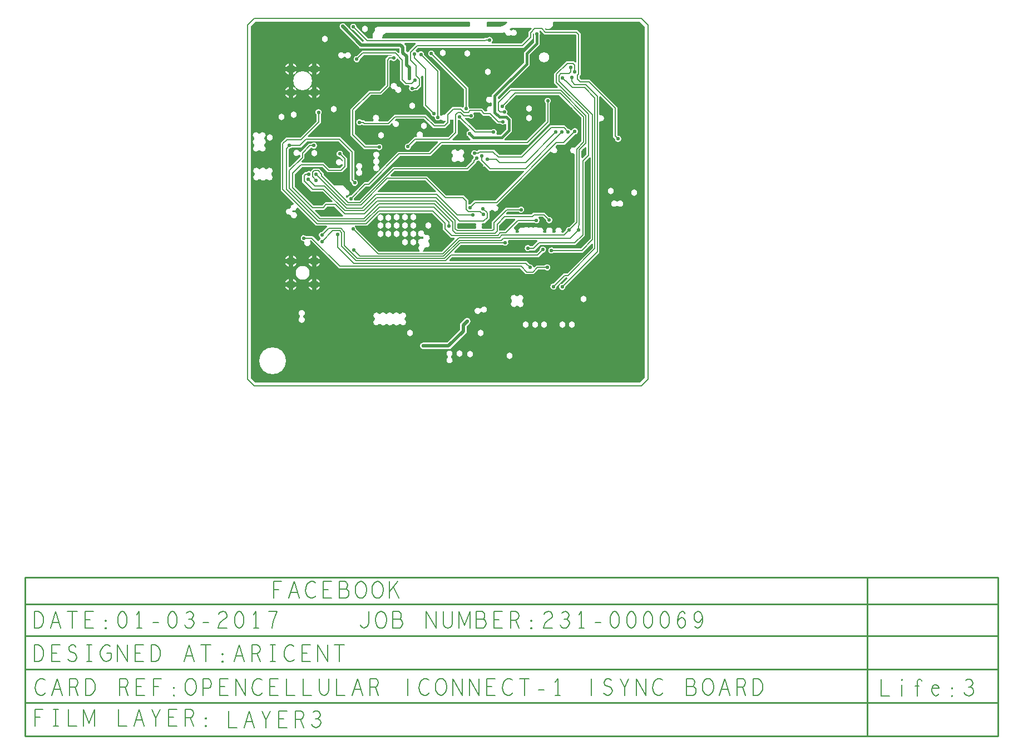
<source format=gbr>
G04 ================== begin FILE IDENTIFICATION RECORD ==================*
G04 Layout Name:  Fb_Connect1_SYNC_Life-3.brd*
G04 Film Name:    L3-SIG1.gbr*
G04 File Format:  Gerber RS274X*
G04 File Origin:  Cadence Allegro 16.6-2015-S065*
G04 Origin Date:  Tue Jan 03 17:02:02 2017*
G04 *
G04 Layer:  VIA CLASS/SIG1*
G04 Layer:  PIN/SIG1*
G04 Layer:  ETCH/SIG1*
G04 Layer:  DRAWING FORMAT/L3*
G04 Layer:  DRAWING FORMAT/FILM_LABEL_OUTLINE*
G04 Layer:  BOARD GEOMETRY/OUTLINE*
G04 *
G04 Offset:    (0.000 0.000)*
G04 Mirror:    No*
G04 Mode:      Positive*
G04 Rotation:  0*
G04 FullContactRelief:  No*
G04 UndefLineWidth:     6.000*
G04 ================== end FILE IDENTIFICATION RECORD ====================*
%FSLAX25Y25*MOIN*%
%IR0*IPPOS*OFA0.00000B0.00000*MIA0B0*SFA1.00000B1.00000*%
%ADD12C,.208661*%
%ADD13C,.314961*%
%ADD11C,.022*%
%ADD10C,.053*%
%ADD14C,.0056*%
%ADD15C,.01*%
%ADD16C,.02*%
%ADD17C,.015*%
%ADD18C,.025*%
%ADD19C,.006*%
%ADD22C,.113004*%
%ADD24C,.160004*%
%ADD25C,.062004*%
%ADD21C,.073004*%
%ADD23C,.083004*%
%ADD20C,.038004*%
G75*
%LPD*%
G75*
G36*
G01X109800Y163189D02*
X109800Y163106D01*
G03X111867Y161207I1900J-6D01*
G02X112302Y160790I35J-398D01*
G03X115622Y159439I1898J-90D01*
G02X116248Y159404I299J-265D01*
G03X118542Y158751I1552J1096D01*
G02X118820Y158566I78J-184D01*
G01Y158330D01*
X117490Y157000D01*
X112530D01*
X107050Y162480D01*
X88070D01*
X84070Y158480D01*
X78819D01*
G02X78527Y159154I0J400D01*
G03X75760I-1384J1302D01*
G02X75468Y158480I-291J-274D01*
G01X70710D01*
X70110Y159080D01*
X68604D01*
G03X68548Y156461I-1404J-1280D01*
G01X68607Y156520D01*
X69050D01*
X69650Y155920D01*
X85130D01*
X86421Y157210D01*
G02X87103Y156905I283J-283D01*
G03X88895Y158697I1897J-105D01*
G02X88590Y159380I-22J399D01*
G01X89130Y159920D01*
X105990D01*
X111470Y154440D01*
X118550D01*
X121380Y157270D01*
Y159051D01*
G02X121923Y159425I400J0D01*
G03X123112Y159370I677J1775D01*
G02X123620Y158985I108J-385D01*
G01Y152130D01*
X120370Y148880D01*
X105355D01*
G02X105012Y149486I0J400D01*
G03X101752I-1630J977D01*
G02X101409Y148880I-343J-206D01*
G01X100070D01*
X96325Y145135D01*
X96241Y145135D01*
G03X98135Y143241I-6J-1900D01*
G01X98135Y143325D01*
X101130Y146320D01*
X114024D01*
G02X114306Y145637I0J-400D01*
G01X108840Y140170D01*
X90330D01*
X72180Y122020D01*
X70090D01*
X62094Y114025D01*
X62011Y114025D01*
G03X60213Y112757I-6J-1900D01*
G02X59553Y112608I-377J133D01*
G01X58991Y113170D01*
G02X59278Y113853I283J283D01*
G03X59497Y117643I22J1900D01*
G02X59139Y118012I41J398D01*
G03X59023Y118267I-399J-28D01*
G01X57370Y119920D01*
X52241D01*
X45780Y126380D01*
Y127330D01*
X42930Y130180D01*
X39570D01*
X37841Y128451D01*
G03X35496Y128080I-941J-1651D01*
G01X34500D01*
X32950Y126530D01*
Y122130D01*
X38560Y116520D01*
X45120D01*
X51077Y110563D01*
G02X50794Y109880I-283J-283D01*
G01X46770D01*
X44970Y108080D01*
X39530D01*
X28330Y119280D01*
Y126820D01*
X32710Y131200D01*
X44870D01*
X48180Y127890D01*
X56680D01*
X59680Y130890D01*
Y136480D01*
X57300Y138861D01*
X57300Y138944D01*
G03X55406Y137050I-1900J6D01*
G01X55489Y137050D01*
X57120Y135420D01*
Y134478D01*
X56780D01*
X56732Y134609D01*
G03X56412Y132736I-1782J-659D01*
G02X57120Y132481I308J-255D01*
G01Y131950D01*
X55620Y130450D01*
X49240D01*
X45930Y133760D01*
X32736D01*
G02X32454Y134443I0J400D01*
G01X34280Y136270D01*
Y138862D01*
X38038Y142620D01*
X38481D01*
X38539Y142561D01*
G03X38483Y145180I1348J1339D01*
G01X36977D01*
X31904Y140107D01*
G02X31252Y140235I-283J283D01*
G03X31003Y138338I-1752J-735D01*
G02X31720Y138093I316J-245D01*
G01Y137330D01*
X25363Y130973D01*
G02X24680Y131256I-283J283D01*
G01Y141520D01*
X25211Y142050D01*
X25294Y142050D01*
G03X26704Y142670I6J1900D01*
G01X32080D01*
X35830Y146420D01*
X54600D01*
X61437Y139583D01*
Y122753D01*
X62500Y121689D01*
X62500Y121606D01*
G03X64394Y123500I1900J-6D01*
G01X64311Y123500D01*
X63997Y123813D01*
Y140643D01*
X55660Y148980D01*
X36556D01*
G02X36274Y149663I0J400D01*
G01X43997Y157387D01*
Y162379D01*
G03X41437I-1280J1404D01*
G01Y158448D01*
X31770Y148780D01*
X23270D01*
X20020Y145530D01*
Y117070D01*
X27821Y109268D01*
G02X27584Y108588I-283J-283D01*
G03X25906Y106550I216J-1888D01*
G02X25401Y106133I-399J-32D01*
G03X25480Y102490I-501J-1833D01*
G02X26001Y102125I122J-381D01*
G03X27320Y104010I1899J75D01*
G02X26799Y104375I-122J381D01*
G03X26794Y104450I-1899J-74D01*
G02X27299Y104867I399J32D01*
G03X29688Y106484I501J1833D01*
G02X30368Y106721I397J-45D01*
G01X41170Y95920D01*
X47612D01*
G02X47895Y95237I0J-400D01*
G01X44858Y92200D01*
X44775Y92200D01*
G03X43766Y88686I-6J-1900D01*
G02X43771Y88010I-211J-340D01*
G03X42947Y86831I1029J-1598D01*
G02X42274Y86637I-390J88D01*
G01X39130Y89780D01*
X35173D01*
G03X33794Y86600I-1404J-1280D01*
G02X34182Y86084I5J-400D01*
G03X37574Y86596I1818J-552D01*
G02X37906Y87220I331J224D01*
G01X38070D01*
X54870Y70420D01*
X163470D01*
X166970Y66920D01*
X171530D01*
X174241Y69631D01*
X178285D01*
G03Y72191I1404J1280D01*
G01X173181D01*
X172008Y71019D01*
G02X171330Y71240I-283J283D01*
G03X169447Y72847I-1878J-293D01*
G01X169363Y72847D01*
X167491Y74720D01*
X121296D01*
G02X121013Y75403I0J400D01*
G01X122730Y77120D01*
X174460D01*
X177040Y79700D01*
X177124Y79700D01*
G03X175230Y81594I6J1900D01*
G01X175230Y81511D01*
X173400Y79680D01*
X124333D01*
G02X124050Y80363I0J400D01*
G01X128138Y84451D01*
X153127D01*
G03X156206Y86631I1404J1280D01*
G02X156558Y87220I352J189D01*
G01X173544D01*
G02X173827Y86537I0J-400D01*
G01X171020Y83731D01*
X169504D01*
G03Y81170I-1404J-1280D01*
G01X172081D01*
X175330Y84420D01*
X196830D01*
X202280Y89870D01*
Y134170D01*
X204997Y136886D01*
G02X205680Y136604I283J-283D01*
G01Y88090D01*
X199922Y82332D01*
X183652D01*
G03Y79772I-1404J-1280D01*
G01X200982D01*
X206357Y85147D01*
G02X207040Y84864I283J-283D01*
G01Y82851D01*
X191670Y67480D01*
X189670D01*
X183589Y61400D01*
X183506Y61400D01*
G03X185400Y59506I-6J-1900D01*
G01X185400Y59589D01*
X190730Y64920D01*
X191544D01*
G02X191826Y64237I0J-400D01*
G01X188789Y61200D01*
X188706Y61200D01*
G03X190600Y59306I-6J-1900D01*
G01X190600Y59389D01*
X210961Y79750D01*
Y158032D01*
G02X211468Y158417I400J0D01*
G03Y162077I512J1830D01*
G02X210961Y162462I-108J385D01*
G01Y173063D01*
G02X211643Y173346I400J0D01*
G01X219237Y165753D01*
Y149053D01*
X220300Y147989D01*
X220300Y147906D01*
G03X222194Y149800I1900J-6D01*
G01X222111Y149800D01*
X221797Y150113D01*
Y166813D01*
X205320Y183290D01*
X200020D01*
X199080Y184230D01*
Y185470D01*
X199780Y186170D01*
Y210930D01*
X197730Y212980D01*
X179130D01*
X178412Y213698D01*
X178651Y214010D01*
X178799Y213935D01*
G03X183196Y217497I1401J2765D01*
G02X183583Y218000I387J103D01*
G01X235171D01*
X238000Y215171D01*
Y4829D01*
X235171Y2000D01*
X4829D01*
X2000Y4829D01*
Y215171D01*
X4829Y218000D01*
X133048D01*
G02X133416Y217443I0J-400D01*
G03X133561Y215681I1749J-743D01*
G02X133224Y215066I-338J-215D01*
G01X78069D01*
G03X76332Y212468I0J-1880D01*
G03X75321Y208465I1737J-2568D01*
G02X74966Y207880I-355J-185D01*
G01X72481D01*
X65450Y214911D01*
X65451Y214994D01*
G03X63557Y213100I-1900J6D01*
G01X63640Y213100D01*
X69857Y206883D01*
G02X69574Y206200I-283J-283D01*
G01X69076D01*
X58638Y216638D01*
G03X55809Y213809I-1414J-1414D01*
G01X67419Y202200D01*
X90972D01*
X91300Y201871D01*
Y199476D01*
G02X90617Y199194I-400J0D01*
G01X89230Y200580D01*
X68770D01*
X65689Y197500D01*
X65606Y197500D01*
G03X67500Y195606I-6J-1900D01*
G01X67500Y195689D01*
X69830Y198020D01*
X86233D01*
G02X86417Y197741I0J-200D01*
G01X86389Y197676D01*
X86361Y197649D01*
G03X86296Y197580I1339J-1348D01*
G01X84590D01*
X82720Y195710D01*
Y180330D01*
X79170Y176780D01*
X72970D01*
X61940Y165750D01*
Y149870D01*
X70090Y141720D01*
X77664D01*
G03Y144280I1404J1280D01*
G01X71150D01*
X64500Y150930D01*
Y164690D01*
X74030Y174220D01*
X80230D01*
X85280Y179270D01*
Y194650D01*
X85650Y195020D01*
X86296D01*
G03X89535Y195807I1404J1280D01*
G02X90204Y195985I386J-104D01*
G01X91520Y194670D01*
Y182870D01*
X94470Y179920D01*
X96816D01*
G02X97144Y179290I0J-400D01*
G03X100104Y176920I1556J-1090D01*
G01X101730D01*
X104280Y179470D01*
Y184230D01*
X103982Y184529D01*
G02X104097Y185175I283J283D01*
G03X104721Y185638I-797J1725D01*
G02X105420Y185372I299J-266D01*
G01Y167570D01*
X109800Y163189D01*
G37*
G36*
G01X44030Y101380D02*
X40574Y104837D01*
G02X40856Y105520I283J283D01*
G01X46030D01*
X47830Y107320D01*
X52290D01*
X57546Y102063D01*
G02X57264Y101380I-283J-283D01*
G01X44030D01*
G37*
G36*
G01X78900Y80260D02*
X65300Y93861D01*
X65300Y93944D01*
G03X64404Y95563I-1900J6D01*
G03X64377Y95620I-373J-144D01*
G01X64350Y95666D01*
Y95920D01*
X71830D01*
X79430Y103520D01*
X110470D01*
X117120Y96870D01*
Y93670D01*
X121970Y88820D01*
X124073D01*
G02X124356Y88137I0J-400D01*
G01X116480Y80260D01*
X105681D01*
G02X105440Y80980I0J400D01*
G03X106200Y82536I-1140J1520D01*
G02X106739Y82918I400J8D01*
G03X108379Y86329I661J1781D01*
G02X108396Y87024I206J343D01*
G03X106618Y90383I-896J1676D01*
G02X106040Y90816I-186J354D01*
G03X105059Y89507I-1863J374D01*
G02X105637Y89074I186J-354D01*
G03X105641Y88307I1863J-374D01*
G02X105063Y87871I-391J-83D01*
G03X103094Y84628I-886J-1681D01*
G02X103116Y83986I-228J-329D01*
G03X103160Y80980I1184J-1486D01*
G02X102919Y80260I-240J-320D01*
G01X78900D01*
G37*
G36*
G01X161171Y91580D02*
G02X160782Y92071I0J400D01*
G03X159821Y94179I-1851J429D01*
G02X159726Y94815I187J353D01*
G01X162754Y97844D01*
X171896D01*
G03X174584Y100525I1404J1280D01*
G02X174854Y101220I270J295D01*
G01X177170D01*
X179078Y99312D01*
X179077Y99229D01*
G03X180971Y101123I1900J-6D01*
G01X180888Y101122D01*
X178230Y103780D01*
X171370D01*
X170170Y102580D01*
X155256D01*
G02X154974Y103263I0J400D01*
G01X155937Y104226D01*
X162626D01*
G03Y106786I1404J1280D01*
G01X154876D01*
X146420Y98330D01*
Y94230D01*
X146370Y94180D01*
X140769D01*
G02X140432Y94796I0J400D01*
G03X140499Y96728I-1601J1023D01*
G02X140850Y97320I351J191D01*
G01X142130D01*
X145080Y100270D01*
Y104439D01*
X145222Y104482D01*
G03X146321Y105361I-553J1818D01*
G02X147016I348J-198D01*
G03X149189Y108128I1652J939D01*
G01X149044Y108169D01*
Y108520D01*
X149930D01*
X181637Y140226D01*
G02X182276Y140125I283J-283D01*
G03X184832Y142681I1693J863D01*
G02X184731Y143320I182J356D01*
G01X185830Y144420D01*
X190130D01*
X196211Y150500D01*
X196294Y150500D01*
G03X194544Y153127I6J1900D01*
G02X193831Y153074I-370J153D01*
G03X192194Y154000I-1631J-974D01*
G01X192111Y154000D01*
X190230Y155880D01*
X181570D01*
X163970Y138280D01*
X151030D01*
X147830Y141480D01*
X138750D01*
X137850Y140580D01*
X137407D01*
X137348Y140639D01*
G03X135450Y137481I-1348J-1339D01*
G02X135715Y136977I-116J-383D01*
G03X135625Y136394I1811J-577D01*
G01X135625Y136311D01*
X134562Y135247D01*
Y134547D01*
X131195Y131180D01*
X87146D01*
X67026Y111060D01*
X64207D01*
G02X63824Y111576I0J400D01*
G03X63905Y112131I-1819J549D01*
G01X63905Y112214D01*
X71150Y119460D01*
X73240D01*
X91390Y137610D01*
X109900D01*
X116800Y144510D01*
X168280D01*
X181280Y157510D01*
Y169208D01*
G03X178720I-1280J1404D01*
G01Y158570D01*
X167220Y147070D01*
X154311D01*
G02X154028Y147753I0J400D01*
G01X158650Y152375D01*
Y160025D01*
X155638Y163037D01*
G03X154547Y165820I-1638J963D01*
G02X154328Y166422I115J383D01*
G03X154638Y167468I-1590J1041D01*
G01X154638Y167552D01*
X161106Y174020D01*
X186820D01*
X200200Y160640D01*
Y146450D01*
X196293Y142544D01*
X196159Y142623D01*
G03X195603Y139134I-970J-1634D01*
G02X196090Y138743I87J-390D01*
G01Y98469D01*
X192820Y95200D01*
X192737Y95200D01*
G03X190830Y93294I-6J-1900D01*
G01X190831Y93211D01*
X189200Y91580D01*
X188592D01*
G02X188234Y92158I0J400D01*
G03X184828I-1703J843D01*
G02X184469Y91580I-359J-177D01*
G01X183092D01*
G02X182734Y92158I0J400D01*
G03X179328I-1703J843D01*
G02X178969Y91580I-359J-177D01*
G01X177592D01*
G02X177234Y92158I0J400D01*
G03X174621Y94668I-1703J843D01*
G02X174117Y94770I-192J351D01*
G03X173804Y94920I-312J-250D01*
G01X171981D01*
G03X171713Y94817I0J-400D01*
G02X171199Y94799I-268J297D01*
G03X168862I-1168J-1499D01*
G02X168348Y94817I-246J315D01*
G03X168081Y94920I-268J-297D01*
G01X166157D01*
G03X165845Y94770I0J-400D01*
G02X165341Y94668I-312J250D01*
G03X162728Y92158I-910J-1668D01*
G02X162369Y91580I-359J-177D01*
G01X161171D01*
G37*
G36*
G01X148870Y111080D02*
X136070D01*
X133639Y108650D01*
X133556Y108650D01*
G03X132914Y108541I-6J-1900D01*
G02X132380Y108918I-134J377D01*
G01Y111230D01*
X129630Y113980D01*
X119230D01*
X107681Y125530D01*
X86082D01*
G02X85800Y126212I0J400D01*
G01X88207Y128620D01*
X132256D01*
X137122Y133487D01*
Y134187D01*
X137436Y134500D01*
X137519Y134500D01*
G03X138677Y134889I6J1900D01*
G02X139320Y134571I243J-318D01*
G01Y134570D01*
X141602Y132288D01*
X141412Y132014D01*
X141382Y132027D01*
X141143Y131787D01*
X141550Y131380D01*
X142509D01*
X145070Y128820D01*
X165644D01*
G02X165927Y128137I0J-400D01*
G01X148870Y111080D01*
G37*
G36*
G01X78074Y116563D02*
X84480Y122969D01*
X106620D01*
X113027Y116563D01*
G02X112744Y115880I-283J-283D01*
G01X78356D01*
G02X78074Y116563I0J400D01*
G37*
G36*
G01X146491Y205674D02*
G03X143796Y208349I-1291J1395D01*
G01X142290D01*
X141821Y207880D01*
X81172D01*
G02X80817Y208465I0J400D01*
G03X81169Y209877I-2748J1435D01*
G02X81504Y210268I400J-3D01*
G03X81979Y210627I-104J632D01*
G02X82425Y210847I362J-171D01*
G03X82856Y211140I75J353D01*
G01X82884Y211306D01*
X151968D01*
G03X154084Y211634I0J6994D01*
G02X154604Y211278I121J-381D01*
G03X157780Y209996I1896J122D01*
G02X158320I269J-296D01*
G03Y212804I1281J1404D01*
G02X157780I-269J296D01*
G03X157379Y213085I-1280J-1404D01*
G02X157281Y213722I185J355D01*
G01X157507Y213948D01*
G02X158888Y214520I1381J-1381D01*
G01X170144D01*
G02X170426Y213837I0J-400D01*
G01X168520Y211930D01*
Y209230D01*
X164270Y204980D01*
X146762D01*
G02X146491Y205674I0J400D01*
G37*
G36*
G01X116378Y161761D02*
G02X115752Y161796I-299J265D01*
G03X115480Y162104I-1553J-1096D01*
G01Y188861D01*
X105931Y198411D01*
X105931Y198494D01*
G03X102457Y199565I-1900J6D01*
G02X101774Y199600I-331J224D01*
G03X101060Y200340I-1674J-900D01*
G02X100979Y200968I202J345D01*
G01X102430Y202420D01*
X165330D01*
X171080Y208170D01*
Y210870D01*
X171440Y211229D01*
X171648Y211021D01*
X171639Y210928D01*
G03X171766Y210045I1892J-178D01*
G01X171780Y210009D01*
Y205756D01*
X165750Y199725D01*
Y193525D01*
X146550Y174325D01*
Y173292D01*
G02X145950Y172946I-400J0D01*
G03Y169654I-950J-1646D01*
G02X146550Y169308I200J-346D01*
G01Y167801D01*
G02X146034Y167418I-400J0D01*
G03X143705Y164923I-553J-1818D01*
G02X143332Y164380I-374J-143D01*
G01X142330D01*
X140530Y166180D01*
X132999D01*
X132969Y166344D01*
G03X132380Y167404I-1869J-344D01*
G01Y178630D01*
X112200Y198811D01*
X112200Y198894D01*
G03X110306Y197000I-1900J6D01*
G01X110389Y197000D01*
X129820Y177570D01*
Y167404D01*
G03X129350Y166739I1280J-1404D01*
G02X128698Y166612I-368J156D01*
G01X128230Y167080D01*
X122870D01*
X118820Y163030D01*
Y162715D01*
G02X118312Y162330I-400J0D01*
G03X116378Y161761I-512J-1830D01*
G37*
G36*
G01X96520Y200075D02*
G02X95837Y199792I-400J0D01*
G01X95300Y200328D01*
Y203528D01*
X94192Y204637D01*
G02X94475Y205320I283J283D01*
G01X100744D01*
G02X101026Y204637I0J-400D01*
G01X96520Y200130D01*
Y200075D01*
G37*
G36*
G01X122863Y147753D02*
X126180Y151070D01*
Y158985D01*
G02X126688Y159370I400J0D01*
G03X127206Y159300I512J1830D01*
G01X127289Y159300D01*
X133133Y153456D01*
G02X132911Y152778I-283J-283D01*
G03X132451Y149154I289J-1878D01*
G01X132486Y149138D01*
X133872Y147753D01*
G02X133589Y147070I-283J-283D01*
G01X123146D01*
G02X122863Y147753I0J400D01*
G37*
G36*
G01X126430Y94180D02*
X125880Y94730D01*
Y97144D01*
G02X126563Y97426I400J0D01*
G01X126670Y97320D01*
X136811D01*
G02X137162Y96728I0J-400D01*
G03X137229Y94796I1668J-910D01*
G02X136892Y94180I-337J-215D01*
G01X126430D01*
G37*
G36*
G01X146227Y153211D02*
X137000D01*
X130373Y159837D01*
G02X130656Y160520I283J283D01*
G01X132596D01*
G03X135495Y162973I1404J1280D01*
G02X135810Y163620I315J247D01*
G01X139470D01*
X141270Y161820D01*
X144970D01*
X149870Y156920D01*
X151696D01*
G03X154463Y156876I1404J1280D01*
G02X155150Y156597I287J-279D01*
G01Y153825D01*
X151775Y150450D01*
X149661D01*
G02X149308Y151038I0J400D01*
G03X146227Y153211I-1678J893D01*
G37*
G36*
G01X150980Y92980D02*
Y96170D01*
X154830Y100020D01*
X160344D01*
G02X160626Y99337I0J-400D01*
G01X154270Y92980D01*
X150980D01*
G37*
G36*
G01X178070Y210420D02*
X196670D01*
X197220Y209870D01*
Y193856D01*
G02X196537Y193574I-400J0D01*
G01X195700Y194410D01*
X191200D01*
X183910Y187120D01*
Y181310D01*
X186156Y179063D01*
G02X185874Y178380I-283J-283D01*
G01X157370D01*
X150733Y171744D01*
G02X150050Y172026I-283J283D01*
G01Y172875D01*
X169250Y192075D01*
Y198275D01*
X175281Y204306D01*
Y210009D01*
X175295Y210045D01*
G03X174992Y211964I-1764J705D01*
G02X175300Y212620I308J256D01*
G01X175870D01*
X178070Y210420D01*
G37*
G36*
G01X143350Y215681D02*
G03X143495Y217443I-1604J1019D01*
G02X143863Y218000I368J156D01*
G01X155417D01*
G02X155644Y217270I0J-400D01*
G03X154848Y216607I3244J-4704D01*
G01X154254Y216014D01*
G02X151968Y215066I-2287J2286D01*
G01X143687D01*
G02X143350Y215681I0J400D01*
G37*
G36*
G01X200180Y136656D02*
Y140710D01*
X202437Y142966D01*
G02X203120Y142684I283J-283D01*
G01Y138630D01*
X200863Y136374D01*
G02X200180Y136656I-283J283D01*
G37*
%LPC*%
G75*
G36*
G01X122163Y17014D02*
G02X120190I-987J-1624D01*
G03Y17697I-208J342D01*
G02X122163I987J1624D01*
G03Y17014I208J-342D01*
G37*
G36*
G01X79029Y37151D02*
G02X76438Y39742I-1652J939D01*
G03Y40438I-198J348D01*
G02X79029Y43028I939J1652D01*
G03X79724I348J198D01*
G02X83029I1652J-939D01*
G03X83724I348J198D01*
G02X87029I1652J-939D01*
G03X87724I348J198D01*
G02X91029I1652J-939D01*
G03X91724I348J198D01*
G02X94315Y40438I1652J-939D01*
G03Y39742I198J-348D01*
G02X91724Y37151I-939J-1652D01*
G03X91029I-348J-198D01*
G02X87724I-1652J939D01*
G03X87029I-348J-198D01*
G02X83724I-1652J939D01*
G03X83029I-348J-198D01*
G02X79724I-1652J939D01*
G03X79029I-348J-198D01*
G37*
G36*
G01X33539Y41252D02*
G02X31661I-939J-1652D01*
G03Y41948I-198J348D01*
G02X33539I939J1652D01*
G03Y41252I198J-348D01*
G37*
G36*
G01X161379Y47992D02*
G02X158612Y50507I-1611J1008D01*
G03X158600Y51151I-244J317D01*
G02X161311Y53708I1100J1549D01*
G03X161989I339J212D01*
G02X164757Y51193I1611J-1008D01*
G03X164769Y50549I244J-317D01*
G02X162058Y47992I-1100J-1549D01*
G03X161379I-339J-212D01*
G37*
G36*
G01X7052Y123861D02*
G02X4461Y126452I-1652J939D01*
G03Y127148I-198J348D01*
G02X7052Y129739I939J1652D01*
G03X7748I348J198D01*
G02X11052I1652J-939D01*
G03X11748I348J198D01*
G02X14339Y127148I1652J-939D01*
G03Y126452I198J-348D01*
G02X11748Y123861I-939J-1652D01*
G03X11052I-348J-198D01*
G02X7748I-1652J939D01*
G03X7052I-348J-198D01*
G37*
G36*
G01X68039Y129252D02*
G02X66161I-939J-1652D01*
G03Y129948I-198J348D01*
G02X68039I939J1652D01*
G03Y129252I198J-348D01*
G37*
G36*
G01X78239Y132052D02*
G02X76361I-939J-1652D01*
G03Y132748I-198J348D01*
G02Y136052I939J1652D01*
G03Y136748I-198J348D01*
G02X78239I939J1652D01*
G03Y136052I198J-348D01*
G02Y132748I-939J-1652D01*
G03Y132052I198J-348D01*
G37*
G36*
G01X6852Y141161D02*
G02X4261Y143752I-1652J939D01*
G03Y144448I-198J348D01*
G02Y147752I939J1652D01*
G03Y148448I-198J348D01*
G02X6852Y151039I939J1652D01*
G03X7548I348J198D01*
G02X10139Y148448I1652J-939D01*
G03Y147752I198J-348D01*
G02Y144448I-939J-1652D01*
G03Y143752I198J-348D01*
G02X7548Y141161I-939J-1652D01*
G03X6852I-348J-198D01*
G37*
G36*
G01X58671Y198879D02*
G02X58624Y197004I1629J-979D01*
G03X57929Y197021I-353J-189D01*
G02X57976Y198896I-1629J979D01*
G03X58671Y198879I353J189D01*
G37*
G36*
G01X140453Y44322D02*
G03X139806Y44191I-279J-287D01*
G02X139380Y46290I-1751J738D01*
G03X140028Y46422I279J287D01*
G02X140453Y44322I1751J-738D01*
G37*
G36*
G01X221966Y107867D02*
G03X221358I-304J-260D01*
G02Y110333I-1446J1233D01*
G03X221966I304J260D01*
G02Y107867I1446J-1233D01*
G37*
G36*
G01X89699Y179554D02*
G03X90169Y179171I400J11D01*
G02X88601Y177246I331J-1871D01*
G03X88131Y177629I-400J-11D01*
G02X89699Y179554I-331J1871D01*
G37*
G36*
G01X127400Y33548D02*
Y37242D01*
X130362Y40204D01*
G02X133191Y37375I1414J-1414D01*
G01X131400Y35585D01*
Y31892D01*
X121474Y21965D01*
X105434D01*
G02Y25965I0J2000D01*
G01X119817D01*
X127400Y33548D01*
G37*
G36*
G01X125852Y134861D02*
G02X123261Y137452I-1652J939D01*
G03Y138148I-198J348D01*
G02X125852Y140739I939J1652D01*
G03X126548I348J198D01*
G02X129139Y138148I1652J-939D01*
G03Y137452I198J-348D01*
G02X126548Y134861I-939J-1652D01*
G03X125852I-348J-198D01*
G37*
G54D22*
X33068Y182858D03*
G54D24*
X15000Y15000D03*
G54D25*
X177831Y196631D03*
G54D21*
X40076Y189865D03*
Y175850D03*
Y74550D03*
Y60535D03*
X26061Y189865D03*
Y175850D03*
Y74550D03*
Y60535D03*
G54D23*
X33068Y67542D03*
G54D20*
X231811Y115689D03*
X217772Y116800D03*
X201370Y51970D03*
X194468Y36700D03*
X177968D03*
X188968D03*
X166968D03*
X172468D03*
X157158Y18090D03*
X133377Y18990D03*
X139911Y31624D03*
X127177Y19321D03*
X98700Y167700D03*
X105800Y155820D03*
X97600Y31700D03*
X80136Y150100D03*
X70500Y213600D03*
X46500Y207800D03*
X51770Y165630D03*
X27724Y162500D03*
X40000Y139500D03*
X20500Y161000D03*
X13500Y148600D03*
X79977Y95890D03*
X84477Y91190D03*
X79977D03*
X89477D03*
Y96190D03*
X84477Y95890D03*
X79977Y100590D03*
X89477Y100890D03*
X84477Y100590D03*
X94377Y86190D03*
X99477Y91190D03*
X94477D03*
X99477Y96190D03*
X94477D03*
X99577Y86190D03*
X108418Y96182D03*
X94477Y100890D03*
X99477D03*
X168957Y160247D03*
Y166153D03*
X117100Y199400D03*
X131950Y198900D03*
X144200Y188100D03*
%LPD*%
G75*
G54D10*
X26061Y60535D03*
Y74550D03*
Y175850D03*
Y189865D03*
X40076Y60535D03*
Y74550D03*
Y175850D03*
Y189865D03*
G54D11*
X14537Y99900D03*
X14300Y95132D03*
X14537Y104900D03*
Y109900D03*
Y114900D03*
Y119900D03*
Y134900D03*
Y139900D03*
X11368Y137868D03*
X11868Y157932D03*
X15500Y158500D03*
X38527Y13808D03*
X38500Y42900D03*
X28047Y91100D03*
X33768Y88500D03*
X40968Y110300D03*
Y115300D03*
X37968Y112800D03*
X29800Y125200D03*
X41200Y123200D03*
X36600Y123600D03*
X41300Y126700D03*
X36900Y126800D03*
X26000Y138000D03*
X37000D03*
X25300Y143950D03*
X39887Y143900D03*
X40500Y150900D03*
X32000Y161500D03*
X40500Y160000D03*
X36217Y155402D03*
X49527Y13803D03*
X44800Y86412D03*
X44768Y90300D03*
X54100Y90700D03*
X51140Y104870D03*
X53700Y102500D03*
X51700Y131450D03*
X55737Y125316D03*
X52050Y126450D03*
X51900Y150300D03*
X51050Y141450D03*
X51750Y136450D03*
X55400Y138950D03*
X42717Y163783D03*
X54824Y162861D03*
X51900Y155300D03*
X50250Y178660D03*
X56220Y178560D03*
X54824Y174476D03*
X57800Y187230D03*
X50501Y190500D03*
X57224Y215224D03*
X63700Y81500D03*
X73700Y94100D03*
X68300Y93800D03*
X63400Y93950D03*
X65900Y112300D03*
X69800Y116200D03*
X62005Y112125D03*
X64400Y121600D03*
X69300Y148800D03*
X72605Y145850D03*
X67650Y139350D03*
X70800Y160800D03*
X66000Y153100D03*
X74700Y153700D03*
X67200Y157800D03*
X75700Y172800D03*
X70860Y178810D03*
X75705Y178905D03*
X65038Y190500D03*
X75370Y187320D03*
X65600Y195600D03*
X63550Y215000D03*
X88877Y66064D03*
X83677Y65990D03*
X78877Y66090D03*
X81700Y133400D03*
X88500Y133000D03*
X84200Y121200D03*
X80000Y117200D03*
X81700Y140000D03*
X86700Y141100D03*
X79068Y143000D03*
X81700Y159800D03*
X80105Y153850D03*
X81739Y182858D03*
X86600Y175900D03*
X86950Y169550D03*
X90300Y201100D03*
X76320Y191050D03*
X86500Y193000D03*
X77000Y195600D03*
X86515Y189985D03*
X87700Y196300D03*
X92000Y216600D03*
X86000Y209400D03*
X90200Y209700D03*
X100677Y22321D03*
X104868Y27900D03*
X105434Y23965D03*
X103268Y37183D03*
X94468Y66000D03*
X108177Y52743D03*
X104577Y69037D03*
X100518Y143999D03*
X96235Y143235D03*
X98600Y154850D03*
X98700Y173350D03*
X95200Y178100D03*
X97000Y184200D03*
X98700Y178200D03*
X100500Y183050D03*
X107200Y199900D03*
X96210Y201180D03*
X100100Y198700D03*
X104031Y198500D03*
X97000Y187600D03*
X102000Y216600D03*
X108300Y210200D03*
X103500Y210100D03*
X99487Y210187D03*
X115679Y10340D03*
X119877Y30258D03*
X123900Y41300D03*
X119500Y38200D03*
X123600Y38300D03*
X119500Y41200D03*
X112588Y48899D03*
X116076Y52857D03*
X126415Y53390D03*
X114831Y95792D03*
X120831Y95818D03*
X119250Y151200D03*
X115250D03*
X111250D03*
X111700Y163100D03*
X114200Y160700D03*
X121000Y169800D03*
X117500Y173300D03*
X124500D03*
X117500Y169800D03*
X124500D03*
X121000Y173300D03*
X113500Y199500D03*
X120631D03*
X110300Y198900D03*
X122000Y216600D03*
X112000D03*
X112900Y210100D03*
X121000Y210200D03*
X124500D03*
X117500Y210400D03*
X131777Y38790D03*
X129327Y50290D03*
X138027Y50643D03*
X126868Y95792D03*
X132468D03*
X133550Y106750D03*
X135200Y102300D03*
X141500Y102600D03*
X141300Y106200D03*
X127831Y118700D03*
X128000Y122000D03*
X137525Y136400D03*
X140600Y137700D03*
X136000Y139300D03*
X127100Y151400D03*
X133200Y150900D03*
X127200Y161200D03*
X131100Y166000D03*
X134000Y161800D03*
X135100Y200060D03*
X139600Y198700D03*
X131000Y216600D03*
X138500Y209600D03*
X147045Y27190D03*
X147930Y33000D03*
X144668Y95792D03*
X152131D03*
X155600Y95700D03*
X154532Y85732D03*
X148900Y119100D03*
X152931Y141288D03*
X143700Y135700D03*
X145481Y159950D03*
X145600Y155600D03*
X150200Y155300D03*
X154000Y164000D03*
X152738Y167462D03*
X147631Y151931D03*
X153100Y158200D03*
X147300Y198300D03*
X149062Y195738D03*
X145720Y216700D03*
X149505Y216600D03*
X153305Y216700D03*
X145200Y207068D03*
X163600Y29900D03*
X160968Y36700D03*
X160668Y63400D03*
X168100Y82450D03*
X177130Y81600D03*
X169453Y70947D03*
X173300Y99124D03*
X164031Y105506D03*
X168957Y154247D03*
X167600Y172900D03*
X171768Y195738D03*
X162336D03*
X167397Y211100D03*
X173531Y210750D03*
X183468Y36700D03*
X188700Y59300D03*
X183500Y59500D03*
X192484Y71016D03*
X182248Y81052D03*
X179689Y70911D03*
X192731Y93300D03*
X180978Y99222D03*
X189468Y140988D03*
X193668Y165800D03*
X186668D03*
X190268Y163200D03*
X193668Y160800D03*
X186668D03*
X188600Y151900D03*
X192200Y152100D03*
X184900Y151900D03*
X182831Y173000D03*
X188968Y184400D03*
X180000Y170612D03*
X193713Y197813D03*
X182887D03*
X193850Y190750D03*
X193713Y215587D03*
X184700Y216800D03*
X208400Y52000D03*
X207825Y55675D03*
X204280Y93162D03*
X198331Y93300D03*
X201800Y140900D03*
X196300Y152400D03*
X200190Y185012D03*
X194468Y184832D03*
X196100Y188000D03*
X222000Y76000D03*
X223331Y68331D03*
X219000Y98300D03*
X215789Y106211D03*
X226742Y129958D03*
X211869Y138532D03*
X222200Y147900D03*
X211980Y166153D03*
X212000Y153200D03*
X223080Y155890D03*
G54D12*
X79218Y19728D03*
X177643D03*
G54D13*
X218400Y21600D03*
Y198400D03*
G54D14*
G01X173300Y99124D02*
X162224D01*
X154800Y91700D01*
X151600D01*
X150000Y90100D01*
X122500D01*
X118400Y94200D01*
Y97400D01*
X111000Y104800D01*
X78900D01*
X71300Y97200D01*
X41700D01*
X21300Y117600D01*
Y145000D01*
X23800Y147500D01*
X32300D01*
X42717Y157917D01*
Y163783D01*
G01X120831Y95818D02*
Y98198D01*
X111929Y107100D01*
X79000D01*
X70577Y98677D01*
X42576D01*
X23400Y117853D01*
Y142050D01*
X25300Y143950D01*
G01X179689Y70911D02*
X173711D01*
X171000Y68200D01*
X167500D01*
X164000Y71700D01*
X55400D01*
X38600Y88500D01*
X33768D01*
G01X164031Y105506D02*
X155406D01*
X147700Y97800D01*
Y93700D01*
X146900Y92900D01*
X125900D01*
X124600Y94200D01*
Y99000D01*
X112900Y110700D01*
X77780D01*
X70080Y103000D01*
X58420D01*
X52820Y108600D01*
X47300D01*
X45500Y106800D01*
X39000D01*
X27050Y118750D01*
Y127350D01*
X32180Y132480D01*
X45400D01*
X48710Y129170D01*
X56150D01*
X58400Y131420D01*
Y135950D01*
X55400Y138950D01*
G01X180978Y99222D02*
X177700Y102500D01*
X171900D01*
X170700Y101300D01*
X154300D01*
X149700Y96700D01*
Y92600D01*
X148600Y91500D01*
X124900D01*
X123200Y93200D01*
Y98000D01*
X112100Y109100D01*
X78700D01*
X69700Y100100D01*
X43500D01*
X25100Y118500D01*
Y128900D01*
X33000Y136800D01*
Y139393D01*
X37507Y143900D01*
X39887D01*
G01X137525Y136400D02*
X135842Y134717D01*
Y134017D01*
X131725Y129900D01*
X87677D01*
X67557Y109780D01*
X60570D01*
X44500Y125850D01*
Y126800D01*
X42400Y128900D01*
X40100D01*
X39100Y127900D01*
Y125300D01*
X41200Y123200D01*
G01X135200Y102300D02*
X125700D01*
X113400Y114600D01*
X77050D01*
X68750Y106300D01*
X59330D01*
X46070Y119560D01*
X40640D01*
X36600Y123600D01*
G01X141300Y106200D02*
X143800Y103700D01*
Y100800D01*
X141600Y98600D01*
X127200D01*
X113200Y112600D01*
X77450D01*
X69770Y104920D01*
X58530D01*
X45650Y117800D01*
X39090D01*
X34230Y122660D01*
Y126000D01*
X35030Y126800D01*
X36900D01*
G01X64400Y121600D02*
X62717Y123283D01*
Y140113D01*
X55130Y147700D01*
X35300D01*
X31550Y143950D01*
X25300D01*
G01X54100Y90700D02*
Y83077D01*
X63737Y73440D01*
X166960D01*
X169453Y70947D01*
G01X177130Y81600D02*
X173930Y78400D01*
X122200D01*
X118700Y74900D01*
X65200D01*
X56500Y83600D01*
Y91800D01*
X55400Y92900D01*
X51288D01*
X44800Y86412D01*
G01X154532Y85732D02*
X127608D01*
X118137Y76260D01*
X65763D01*
X58100Y83923D01*
Y92200D01*
X56040Y94260D01*
X48729D01*
X44768Y90300D01*
G01X141500Y102600D02*
X139600Y104500D01*
X132400D01*
X131100Y105800D01*
Y110700D01*
X129100Y112700D01*
X118700D01*
X107151Y124249D01*
X83950D01*
X68120Y108420D01*
X59580D01*
X41300Y126700D01*
G01X63700Y81500D02*
X67580Y77620D01*
X117573D01*
X127053Y87100D01*
X152000D01*
X153400Y88500D01*
X193531D01*
X198331Y93300D01*
G01X63400Y93950D02*
X78370Y78980D01*
X117010D01*
X126730Y88700D01*
X151000D01*
X152600Y90300D01*
X189731D01*
X192731Y93300D01*
G01X62005Y112125D02*
X70620Y120740D01*
X72710D01*
X90860Y138890D01*
X109370D01*
X116270Y145790D01*
X167750D01*
X180000Y158040D01*
Y170612D01*
G01X87700Y196300D02*
X85120D01*
X84000Y195180D01*
Y179800D01*
X79700Y175500D01*
X73500D01*
X63220Y165220D01*
Y150400D01*
X70620Y143000D01*
X79068D01*
G01X153100Y158200D02*
X150400D01*
X145500Y163100D01*
X141800D01*
X140000Y164900D01*
X133600D01*
X132400Y163700D01*
X129800D01*
X127700Y165800D01*
X123400D01*
X120100Y162500D01*
Y157800D01*
X118020Y155720D01*
X112000D01*
X106520Y161200D01*
X88600D01*
X84600Y157200D01*
X70180D01*
X69580Y157800D01*
X67200D01*
G01X65600Y195600D02*
X69300Y199300D01*
X88700D01*
X92800Y195200D01*
Y183400D01*
X95000Y181200D01*
X98650D01*
X100500Y183050D01*
G01X63550Y215000D02*
X71950Y206600D01*
X142352D01*
X142820Y207068D01*
X145200D01*
G01X134000Y161800D02*
X129777D01*
X127927Y163650D01*
X126150D01*
X124900Y162400D01*
Y151600D01*
X120900Y147600D01*
X100600D01*
X96235Y143235D01*
G01X100100Y198700D02*
Y196320D01*
X106700Y189720D01*
Y168100D01*
X111700Y163100D01*
G01X222200Y147900D02*
X220517Y149583D01*
Y166283D01*
X204790Y182010D01*
X199490D01*
X197800Y183700D01*
Y186000D01*
X198500Y186700D01*
Y210400D01*
X197200Y211700D01*
X178600D01*
X176400Y213900D01*
X172300D01*
X169800Y211400D01*
Y208700D01*
X164800Y203700D01*
X101900D01*
X97800Y199600D01*
Y194900D01*
X101050Y191650D01*
Y185650D01*
X103000Y183700D01*
Y180000D01*
X101200Y178200D01*
X98700D01*
G01X114200Y160700D02*
Y188331D01*
X104031Y198500D01*
G01X131100Y166000D02*
Y178100D01*
X110300Y198900D01*
G01X133550Y106750D02*
X136600Y109800D01*
X149400D01*
X185300Y145700D01*
X189600D01*
X196300Y152400D01*
G01X140600Y137700D02*
Y135100D01*
X145600Y130100D01*
X166800D01*
X188600Y151900D01*
G01X136000Y139300D02*
X138380D01*
X139280Y140200D01*
X147300D01*
X150500Y137000D01*
X164500D01*
X182100Y154600D01*
X189700D01*
X192200Y152100D01*
G01X127200Y161200D02*
X136469Y151931D01*
X147631D01*
G01X143700Y135700D02*
X149100D01*
X151100Y133700D01*
X166700D01*
X184900Y151900D01*
G01X198331Y93300D02*
Y95680D01*
X198900Y96249D01*
Y141240D01*
X202950Y145290D01*
Y161820D01*
X187670Y177100D01*
X157900D01*
X150500Y169700D01*
Y165120D01*
X151620Y164000D01*
X154000D01*
G01X152738Y167462D02*
X160576Y175300D01*
X187350D01*
X201480Y161170D01*
Y145920D01*
X197370Y141810D01*
Y97939D01*
X192731Y93300D01*
G01X168100Y82450D02*
X171550D01*
X174800Y85700D01*
X196300D01*
X201000Y90400D01*
Y134700D01*
X204400Y138100D01*
Y162630D01*
X185190Y181840D01*
Y186590D01*
X191730Y193130D01*
X195170D01*
X196100Y192200D01*
Y188000D01*
G01X194468Y184832D02*
Y182230D01*
X196308Y180390D01*
X202800D01*
X209680Y173510D01*
Y80280D01*
X188700Y59300D01*
G01X188968Y184400D02*
X190652Y182717D01*
X190922D01*
X194858Y178780D01*
X202010D01*
X208320Y172470D01*
Y82320D01*
X192200Y66200D01*
X190200D01*
X183500Y59500D01*
G01X182248Y81052D02*
X200452D01*
X206960Y87560D01*
Y162260D01*
X186710Y182510D01*
Y185830D01*
X187860Y186980D01*
X192780D01*
X193850Y188050D01*
Y190750D01*
G54D15*
G01X-133069Y-114500D02*
X371600D01*
Y-209700D01*
X-133069D01*
G01Y-114500D02*
Y-209700D01*
G01Y-189700D02*
X449900D01*
G01X-133069Y-169700D02*
X449900D01*
G01X-133069Y-149700D02*
X449900D01*
G01X-133069Y-130500D02*
X449900D01*
G01X371600Y-114500D02*
X449900D01*
Y-209700D01*
X371600D01*
G54D16*
G01X97000Y187600D02*
Y190700D01*
X95500Y192200D01*
Y197300D01*
X93300Y199500D01*
Y202700D01*
X91800Y204200D01*
X68248D01*
X57224Y215224D01*
G01X131777Y38790D02*
X129400Y36413D01*
Y32720D01*
X120645Y23965D01*
X105434D01*
G01X97000Y184200D02*
Y187600D01*
G54D17*
G01X173531Y210750D02*
Y205031D01*
X167500Y199000D01*
Y192800D01*
X148300Y173600D01*
Y163800D01*
X151000Y161100D01*
X155100D01*
X156900Y159300D01*
Y153100D01*
X152500Y148700D01*
X135400D01*
X133200Y150900D01*
G54D18*
G01X22210Y60535D02*
X26061D01*
G01X22210Y74550D02*
X26061D01*
G01X22210Y175850D02*
X26061D01*
G01X22210Y189865D02*
X26061D01*
G01X40076Y56684D02*
Y60535D01*
G01D02*
Y64385D01*
G01X36226Y60535D02*
X40076D01*
G01D02*
X43927D01*
G01X26061Y56684D02*
Y60535D01*
G01D02*
Y64385D01*
G01Y60535D02*
X29911D01*
G01X40076Y70700D02*
Y74550D01*
G01D02*
Y78401D01*
G01X36226Y74550D02*
X40076D01*
G01D02*
X43927D01*
G01X26061Y70700D02*
Y74550D01*
G01D02*
Y78401D01*
G01Y74550D02*
X29911D01*
G01X40076Y171999D02*
Y175850D01*
G01D02*
Y179700D01*
G01X36226Y175850D02*
X40076D01*
G01D02*
X43927D01*
G01X26061Y171999D02*
Y175850D01*
G01D02*
Y179700D01*
G01Y175850D02*
X29911D01*
G01X40076Y186015D02*
Y189865D01*
G01D02*
Y193716D01*
G01X36226Y189865D02*
X40076D01*
G01D02*
X43927D01*
G01X26061Y186015D02*
Y189865D01*
G01D02*
Y193716D01*
G01Y189865D02*
X29911D01*
G54D19*
G01X-127194Y-203500D02*
Y-193500D01*
X-122444D01*
G01X-124194Y-198333D02*
X-127194D01*
G01X-116319Y-193500D02*
X-113320D01*
G01X-114819D02*
Y-203500D01*
G01X-116319D02*
X-113320D01*
G01X-107319Y-193500D02*
Y-203500D01*
X-102319D01*
G01X-98069D02*
Y-193500D01*
X-94819Y-201833D01*
X-91569Y-193500D01*
Y-203500D01*
G01X-77319Y-193500D02*
Y-203500D01*
X-72319D01*
G01X-67944D02*
X-64819Y-193500D01*
X-61694Y-203500D01*
G01X-62819Y-200000D02*
X-66819D01*
G01X-54819Y-203500D02*
Y-199000D01*
X-57319Y-193500D01*
G01X-52319D02*
X-54819Y-199000D01*
G01X-42319Y-203500D02*
X-47319D01*
Y-193500D01*
X-42319D01*
G01X-44319Y-198333D02*
X-47319D01*
G01X-37319Y-203500D02*
Y-193500D01*
X-34194D01*
X-33194Y-194000D01*
X-32569Y-194667D01*
X-32319Y-196000D01*
X-32569Y-197333D01*
X-33319Y-198167D01*
X-34194Y-198667D01*
X-37319D01*
G01X-34194D02*
X-32319Y-203500D01*
G01X-24819Y-203833D02*
X-25069Y-203667D01*
Y-203333D01*
X-24819Y-203167D01*
X-24569Y-203333D01*
Y-203667D01*
X-24819Y-203833D01*
G01Y-199334D02*
X-25069Y-199167D01*
Y-198833D01*
X-24819Y-198667D01*
X-24569Y-198833D01*
Y-199167D01*
X-24819Y-199334D01*
G01X-127569Y-165000D02*
Y-155000D01*
X-125069D01*
X-124069Y-155500D01*
X-123319Y-156167D01*
X-122694Y-157166D01*
X-122194Y-158334D01*
X-122069Y-160000D01*
X-122194Y-161667D01*
X-122694Y-162834D01*
X-123319Y-163834D01*
X-124069Y-164500D01*
X-125069Y-165000D01*
X-127569D01*
G01X-112319D02*
X-117319D01*
Y-155000D01*
X-112319D01*
G01X-114319Y-159833D02*
X-117319D01*
G01X-107444Y-163667D02*
X-106444Y-164500D01*
X-105319Y-165000D01*
X-104319D01*
X-103319Y-164500D01*
X-102569Y-163667D01*
X-102194Y-162500D01*
X-102444Y-161334D01*
X-103069Y-160333D01*
X-104194Y-159667D01*
X-105694Y-159333D01*
X-106569Y-158667D01*
X-106944Y-157500D01*
X-106694Y-156333D01*
X-106069Y-155500D01*
X-105194Y-155000D01*
X-104319D01*
X-103444Y-155333D01*
X-102694Y-156167D01*
G01X-96319Y-155000D02*
X-93320D01*
G01X-94819D02*
Y-165000D01*
G01X-96319D02*
X-93320D01*
G01X-84069Y-160000D02*
X-81569D01*
Y-163000D01*
X-82319Y-164000D01*
X-83194Y-164667D01*
X-84444Y-165000D01*
X-85694Y-164667D01*
X-86569Y-164000D01*
X-87319Y-163000D01*
X-87820Y-161833D01*
X-88069Y-160500D01*
Y-159333D01*
X-87820Y-158334D01*
X-87319Y-157166D01*
X-86569Y-156167D01*
X-85819Y-155500D01*
X-84819Y-155000D01*
X-83944D01*
X-82944Y-155333D01*
X-82194Y-156000D01*
G01X-77694Y-165000D02*
Y-155000D01*
X-71944Y-165000D01*
Y-155000D01*
G01X-62319Y-165000D02*
X-67319D01*
Y-155000D01*
X-62319D01*
G01X-64319Y-159833D02*
X-67319D01*
G01X-57569Y-165000D02*
Y-155000D01*
X-55069D01*
X-54069Y-155500D01*
X-53319Y-156167D01*
X-52694Y-157166D01*
X-52194Y-158334D01*
X-52069Y-160000D01*
X-52194Y-161667D01*
X-52694Y-162834D01*
X-53319Y-163834D01*
X-54069Y-164500D01*
X-55069Y-165000D01*
X-57569D01*
G01X-37944D02*
X-34819Y-155000D01*
X-31694Y-165000D01*
G01X-32819Y-161500D02*
X-36819D01*
G01X-24819Y-155000D02*
Y-165000D01*
G01X-27694Y-155000D02*
X-21944D01*
G01X-14819Y-165333D02*
X-15069Y-165167D01*
Y-164833D01*
X-14819Y-164667D01*
X-14569Y-164833D01*
Y-165167D01*
X-14819Y-165333D01*
G01Y-160834D02*
X-15069Y-160667D01*
Y-160333D01*
X-14819Y-160167D01*
X-14569Y-160333D01*
Y-160667D01*
X-14819Y-160834D01*
G01X-7944Y-165000D02*
X-4819Y-155000D01*
X-1694Y-165000D01*
G01X-2819Y-161500D02*
X-6819D01*
G01X2681Y-165000D02*
Y-155000D01*
X5806D01*
X6806Y-155500D01*
X7431Y-156167D01*
X7681Y-157500D01*
X7431Y-158833D01*
X6681Y-159667D01*
X5806Y-160167D01*
X2681D01*
G01X5806D02*
X7681Y-165000D01*
G01X13681Y-155000D02*
X16680D01*
G01X15181D02*
Y-165000D01*
G01X13681D02*
X16680D01*
G01X27931Y-155834D02*
X27181Y-155333D01*
X26306Y-155000D01*
X25306D01*
X24181Y-155500D01*
X23306Y-156333D01*
X22681Y-157333D01*
X22180Y-159000D01*
X22056Y-160500D01*
X22306Y-162000D01*
X22681Y-163000D01*
X23431Y-164000D01*
X24306Y-164667D01*
X25181Y-165000D01*
X26056D01*
X26931Y-164667D01*
X27681Y-164167D01*
X28306Y-163500D01*
G01X37681Y-165000D02*
X32681D01*
Y-155000D01*
X37681D01*
G01X35681Y-159833D02*
X32681D01*
G01X42306Y-165000D02*
Y-155000D01*
X48056Y-165000D01*
Y-155000D01*
G01X55181D02*
Y-165000D01*
G01X52306Y-155000D02*
X58056D01*
G01X-127569Y-145000D02*
Y-135000D01*
X-125069D01*
X-124069Y-135500D01*
X-123319Y-136167D01*
X-122694Y-137166D01*
X-122194Y-138334D01*
X-122069Y-140000D01*
X-122194Y-141667D01*
X-122694Y-142834D01*
X-123319Y-143834D01*
X-124069Y-144500D01*
X-125069Y-145000D01*
X-127569D01*
G01X-117944D02*
X-114819Y-135000D01*
X-111694Y-145000D01*
G01X-112819Y-141500D02*
X-116819D01*
G01X-104819Y-135000D02*
Y-145000D01*
G01X-107694Y-135000D02*
X-101944D01*
G01X-92319Y-145000D02*
X-97319D01*
Y-135000D01*
X-92319D01*
G01X-94319Y-139833D02*
X-97319D01*
G01X-84819Y-145333D02*
X-85069Y-145167D01*
Y-144833D01*
X-84819Y-144667D01*
X-84569Y-144833D01*
Y-145167D01*
X-84819Y-145333D01*
G01Y-140834D02*
X-85069Y-140667D01*
Y-140333D01*
X-84819Y-140167D01*
X-84569Y-140333D01*
Y-140667D01*
X-84819Y-140834D01*
G01X-74819Y-135000D02*
X-75819Y-135333D01*
X-76569Y-136167D01*
X-77069Y-137166D01*
X-77444Y-138500D01*
X-77569Y-140000D01*
X-77444Y-141500D01*
X-77069Y-142834D01*
X-76569Y-143834D01*
X-75819Y-144667D01*
X-74819Y-145000D01*
X-73819Y-144667D01*
X-73069Y-143834D01*
X-72569Y-142834D01*
X-72194Y-141500D01*
X-72069Y-140000D01*
X-72194Y-138500D01*
X-72569Y-137166D01*
X-73069Y-136167D01*
X-73819Y-135333D01*
X-74819Y-135000D01*
G01X-64819Y-145000D02*
Y-135000D01*
X-66319Y-137000D01*
G01Y-145000D02*
X-63320D01*
G01X-56444Y-141667D02*
X-53194D01*
G01X-44819Y-135000D02*
X-45819Y-135333D01*
X-46569Y-136167D01*
X-47069Y-137166D01*
X-47444Y-138500D01*
X-47569Y-140000D01*
X-47444Y-141500D01*
X-47069Y-142834D01*
X-46569Y-143834D01*
X-45819Y-144667D01*
X-44819Y-145000D01*
X-43819Y-144667D01*
X-43069Y-143834D01*
X-42569Y-142834D01*
X-42194Y-141500D01*
X-42069Y-140000D01*
X-42194Y-138500D01*
X-42569Y-137166D01*
X-43069Y-136167D01*
X-43819Y-135333D01*
X-44819Y-135000D01*
G01X-37569Y-143000D02*
X-36819Y-144167D01*
X-35819Y-144833D01*
X-34694Y-145000D01*
X-33694Y-144833D01*
X-32694Y-144000D01*
X-32069Y-143000D01*
X-31944Y-142000D01*
X-32194Y-140834D01*
X-33069Y-140000D01*
X-33944Y-139667D01*
X-35069D01*
G01X-33944D02*
X-33194Y-139167D01*
X-32569Y-138334D01*
X-32319Y-137333D01*
X-32569Y-136333D01*
X-33194Y-135500D01*
X-34319Y-135000D01*
X-35444Y-135167D01*
X-36569Y-135834D01*
G01X-26444Y-141667D02*
X-23194D01*
G01X-17194Y-136667D02*
X-16444Y-135667D01*
X-15569Y-135167D01*
X-14569Y-135000D01*
X-13319Y-135333D01*
X-12444Y-136167D01*
X-12194Y-137166D01*
X-12319Y-138167D01*
X-12819Y-139000D01*
X-15319Y-140667D01*
X-16444Y-141833D01*
X-17194Y-143500D01*
X-17444Y-145000D01*
X-12194D01*
G01X-4819Y-135000D02*
X-5819Y-135333D01*
X-6569Y-136167D01*
X-7069Y-137166D01*
X-7444Y-138500D01*
X-7569Y-140000D01*
X-7444Y-141500D01*
X-7069Y-142834D01*
X-6569Y-143834D01*
X-5819Y-144667D01*
X-4819Y-145000D01*
X-3819Y-144667D01*
X-3069Y-143834D01*
X-2569Y-142834D01*
X-2194Y-141500D01*
X-2069Y-140000D01*
X-2194Y-138500D01*
X-2569Y-137166D01*
X-3069Y-136167D01*
X-3819Y-135333D01*
X-4819Y-135000D01*
G01X5181Y-145000D02*
Y-135000D01*
X3681Y-137000D01*
G01Y-145000D02*
X6680D01*
G01X14931D02*
X15181Y-142834D01*
X15556Y-141000D01*
X16056Y-139333D01*
X16681Y-137500D01*
X17681Y-135000D01*
X12681D01*
G01X-121200Y-176034D02*
X-121950Y-175533D01*
X-122825Y-175200D01*
X-123825D01*
X-124950Y-175700D01*
X-125825Y-176533D01*
X-126450Y-177533D01*
X-126950Y-179200D01*
X-127075Y-180700D01*
X-126825Y-182200D01*
X-126450Y-183200D01*
X-125700Y-184200D01*
X-124825Y-184867D01*
X-123950Y-185200D01*
X-123075D01*
X-122200Y-184867D01*
X-121450Y-184367D01*
X-120825Y-183700D01*
G01X-117075Y-185200D02*
X-113950Y-175200D01*
X-110825Y-185200D01*
G01X-111950Y-181700D02*
X-115950D01*
G01X-106450Y-185200D02*
Y-175200D01*
X-103325D01*
X-102325Y-175700D01*
X-101700Y-176367D01*
X-101450Y-177700D01*
X-101700Y-179033D01*
X-102450Y-179867D01*
X-103325Y-180367D01*
X-106450D01*
G01X-103325D02*
X-101450Y-185200D01*
G01X-96700D02*
Y-175200D01*
X-94200D01*
X-93200Y-175700D01*
X-92450Y-176367D01*
X-91825Y-177366D01*
X-91325Y-178534D01*
X-91200Y-180200D01*
X-91325Y-181867D01*
X-91825Y-183034D01*
X-92450Y-184034D01*
X-93200Y-184700D01*
X-94200Y-185200D01*
X-96700D01*
G01X-76450D02*
Y-175200D01*
X-73325D01*
X-72325Y-175700D01*
X-71700Y-176367D01*
X-71450Y-177700D01*
X-71700Y-179033D01*
X-72450Y-179867D01*
X-73325Y-180367D01*
X-76450D01*
G01X-73325D02*
X-71450Y-185200D01*
G01X-61450D02*
X-66450D01*
Y-175200D01*
X-61450D01*
G01X-63450Y-180033D02*
X-66450D01*
G01X-56325Y-185200D02*
Y-175200D01*
X-51575D01*
G01X-53325Y-180033D02*
X-56325D01*
G01X-43950Y-185533D02*
X-44200Y-185367D01*
Y-185033D01*
X-43950Y-184867D01*
X-43700Y-185033D01*
Y-185367D01*
X-43950Y-185533D01*
G01Y-181034D02*
X-44200Y-180867D01*
Y-180533D01*
X-43950Y-180367D01*
X-43700Y-180533D01*
Y-180867D01*
X-43950Y-181034D01*
G01X-33950Y-185200D02*
X-34950Y-185033D01*
X-35825Y-184367D01*
X-36575Y-183367D01*
X-37075Y-182200D01*
X-37325Y-180867D01*
Y-179533D01*
X-37075Y-178200D01*
X-36575Y-177033D01*
X-35825Y-176034D01*
X-34950Y-175367D01*
X-33950Y-175200D01*
X-32950Y-175367D01*
X-32075Y-176034D01*
X-31325Y-177033D01*
X-30825Y-178200D01*
X-30575Y-179533D01*
Y-180867D01*
X-30825Y-182200D01*
X-31325Y-183367D01*
X-32075Y-184367D01*
X-32950Y-185033D01*
X-33950Y-185200D01*
G01X-26450D02*
Y-175200D01*
X-23450D01*
X-22450Y-175700D01*
X-21700Y-176867D01*
X-21450Y-178200D01*
X-21700Y-179533D01*
X-22325Y-180533D01*
X-23450Y-181034D01*
X-26450D01*
G01X-11450Y-185200D02*
X-16450D01*
Y-175200D01*
X-11450D01*
G01X-13450Y-180033D02*
X-16450D01*
G01X-6825Y-185200D02*
Y-175200D01*
X-1075Y-185200D01*
Y-175200D01*
G01X8800Y-176034D02*
X8050Y-175533D01*
X7175Y-175200D01*
X6175D01*
X5050Y-175700D01*
X4175Y-176533D01*
X3550Y-177533D01*
X3050Y-179200D01*
X2925Y-180700D01*
X3175Y-182200D01*
X3550Y-183200D01*
X4300Y-184200D01*
X5175Y-184867D01*
X6050Y-185200D01*
X6925D01*
X7800Y-184867D01*
X8550Y-184367D01*
X9175Y-183700D01*
G01X18550Y-185200D02*
X13550D01*
Y-175200D01*
X18550D01*
G01X16550Y-180033D02*
X13550D01*
G01X23550Y-175200D02*
Y-185200D01*
X28550D01*
G01X33550Y-175200D02*
Y-185200D01*
X38550D01*
G01X43300Y-175200D02*
Y-182367D01*
X43800Y-183867D01*
X44800Y-184867D01*
X46050Y-185200D01*
X47300Y-184867D01*
X48300Y-183867D01*
X48800Y-182367D01*
Y-175200D01*
G01X53550D02*
Y-185200D01*
X58550D01*
G01X62925D02*
X66050Y-175200D01*
X69175Y-185200D01*
G01X68050Y-181700D02*
X64050D01*
G01X73550Y-185200D02*
Y-175200D01*
X76675D01*
X77675Y-175700D01*
X78300Y-176367D01*
X78550Y-177700D01*
X78300Y-179033D01*
X77550Y-179867D01*
X76675Y-180367D01*
X73550D01*
G01X76675D02*
X78550Y-185200D01*
G01X96050D02*
Y-175200D01*
G01X108800Y-176034D02*
X108050Y-175533D01*
X107175Y-175200D01*
X106175D01*
X105050Y-175700D01*
X104175Y-176533D01*
X103550Y-177533D01*
X103050Y-179200D01*
X102925Y-180700D01*
X103175Y-182200D01*
X103550Y-183200D01*
X104300Y-184200D01*
X105175Y-184867D01*
X106050Y-185200D01*
X106925D01*
X107800Y-184867D01*
X108550Y-184367D01*
X109175Y-183700D01*
G01X116050Y-185200D02*
X115050Y-185033D01*
X114175Y-184367D01*
X113425Y-183367D01*
X112925Y-182200D01*
X112675Y-180867D01*
Y-179533D01*
X112925Y-178200D01*
X113425Y-177033D01*
X114175Y-176034D01*
X115050Y-175367D01*
X116050Y-175200D01*
X117050Y-175367D01*
X117925Y-176034D01*
X118675Y-177033D01*
X119175Y-178200D01*
X119425Y-179533D01*
Y-180867D01*
X119175Y-182200D01*
X118675Y-183367D01*
X117925Y-184367D01*
X117050Y-185033D01*
X116050Y-185200D01*
G01X123175D02*
Y-175200D01*
X128925Y-185200D01*
Y-175200D01*
G01X133175Y-185200D02*
Y-175200D01*
X138925Y-185200D01*
Y-175200D01*
G01X148550Y-185200D02*
X143550D01*
Y-175200D01*
X148550D01*
G01X146550Y-180033D02*
X143550D01*
G01X158800Y-176034D02*
X158050Y-175533D01*
X157175Y-175200D01*
X156175D01*
X155050Y-175700D01*
X154175Y-176533D01*
X153550Y-177533D01*
X153050Y-179200D01*
X152925Y-180700D01*
X153175Y-182200D01*
X153550Y-183200D01*
X154300Y-184200D01*
X155175Y-184867D01*
X156050Y-185200D01*
X156925D01*
X157800Y-184867D01*
X158550Y-184367D01*
X159175Y-183700D01*
G01X166050Y-175200D02*
Y-185200D01*
G01X163175Y-175200D02*
X168925D01*
G01X174425Y-181867D02*
X177675D01*
G01X186050Y-185200D02*
Y-175200D01*
X184550Y-177200D01*
G01Y-185200D02*
X187550D01*
G01X206050D02*
Y-175200D01*
G01X213425Y-183867D02*
X214425Y-184700D01*
X215550Y-185200D01*
X216550D01*
X217550Y-184700D01*
X218300Y-183867D01*
X218675Y-182700D01*
X218425Y-181534D01*
X217800Y-180533D01*
X216675Y-179867D01*
X215175Y-179533D01*
X214300Y-178867D01*
X213925Y-177700D01*
X214175Y-176533D01*
X214800Y-175700D01*
X215675Y-175200D01*
X216550D01*
X217425Y-175533D01*
X218175Y-176367D01*
G01X226050Y-185200D02*
Y-180700D01*
X223550Y-175200D01*
G01X228550D02*
X226050Y-180700D01*
G01X233175Y-185200D02*
Y-175200D01*
X238925Y-185200D01*
Y-175200D01*
G01X248800Y-176034D02*
X248050Y-175533D01*
X247175Y-175200D01*
X246175D01*
X245050Y-175700D01*
X244175Y-176533D01*
X243550Y-177533D01*
X243050Y-179200D01*
X242925Y-180700D01*
X243175Y-182200D01*
X243550Y-183200D01*
X244300Y-184200D01*
X245175Y-184867D01*
X246050Y-185200D01*
X246925D01*
X247800Y-184867D01*
X248550Y-184367D01*
X249175Y-183700D01*
G01X267050Y-179867D02*
X267550Y-179367D01*
X267925Y-178534D01*
X268175Y-177366D01*
X267925Y-176367D01*
X267425Y-175700D01*
X266550Y-175200D01*
X263175D01*
Y-185200D01*
X267300D01*
X268175Y-184534D01*
X268675Y-183533D01*
X268925Y-182367D01*
X268675Y-181200D01*
X267925Y-180200D01*
X267050Y-179867D01*
X263175D01*
G01X276050Y-185200D02*
X275050Y-185033D01*
X274175Y-184367D01*
X273425Y-183367D01*
X272925Y-182200D01*
X272675Y-180867D01*
Y-179533D01*
X272925Y-178200D01*
X273425Y-177033D01*
X274175Y-176034D01*
X275050Y-175367D01*
X276050Y-175200D01*
X277050Y-175367D01*
X277925Y-176034D01*
X278675Y-177033D01*
X279175Y-178200D01*
X279425Y-179533D01*
Y-180867D01*
X279175Y-182200D01*
X278675Y-183367D01*
X277925Y-184367D01*
X277050Y-185033D01*
X276050Y-185200D01*
G01X282925D02*
X286050Y-175200D01*
X289175Y-185200D01*
G01X288050Y-181700D02*
X284050D01*
G01X293550Y-185200D02*
Y-175200D01*
X296675D01*
X297675Y-175700D01*
X298300Y-176367D01*
X298550Y-177700D01*
X298300Y-179033D01*
X297550Y-179867D01*
X296675Y-180367D01*
X293550D01*
G01X296675D02*
X298550Y-185200D01*
G01X303300D02*
Y-175200D01*
X305800D01*
X306800Y-175700D01*
X307550Y-176367D01*
X308175Y-177366D01*
X308675Y-178534D01*
X308800Y-180200D01*
X308675Y-181867D01*
X308175Y-183034D01*
X307550Y-184034D01*
X306800Y-184700D01*
X305800Y-185200D01*
X303300D01*
G01X-11319Y-194500D02*
Y-204500D01*
X-6319D01*
G01X-1944D02*
X1181Y-194500D01*
X4306Y-204500D01*
G01X3181Y-201000D02*
X-819D01*
G01X11181Y-204500D02*
Y-200000D01*
X8681Y-194500D01*
G01X13681D02*
X11181Y-200000D01*
G01X23681Y-204500D02*
X18681D01*
Y-194500D01*
X23681D01*
G01X21681Y-199333D02*
X18681D01*
G01X28681Y-204500D02*
Y-194500D01*
X31806D01*
X32806Y-195000D01*
X33431Y-195667D01*
X33681Y-197000D01*
X33431Y-198333D01*
X32681Y-199167D01*
X31806Y-199667D01*
X28681D01*
G01X31806D02*
X33681Y-204500D01*
G01X38431Y-202500D02*
X39181Y-203667D01*
X40181Y-204333D01*
X41306Y-204500D01*
X42306Y-204333D01*
X43306Y-203500D01*
X43931Y-202500D01*
X44056Y-201500D01*
X43806Y-200334D01*
X42931Y-199500D01*
X42056Y-199167D01*
X40931D01*
G01X42056D02*
X42806Y-198667D01*
X43431Y-197834D01*
X43681Y-196833D01*
X43431Y-195833D01*
X42806Y-195000D01*
X41681Y-194500D01*
X40556Y-194667D01*
X39431Y-195334D01*
G01X4000Y220000D02*
X0Y216000D01*
Y4000D01*
X4000Y0D01*
X236000D01*
X240000Y4000D01*
Y216000D01*
X236000Y220000D01*
X4000D01*
G01X15693Y-127100D02*
Y-117100D01*
X20444D01*
G01X18694Y-121933D02*
X15693D01*
G01X24943Y-127100D02*
X28068Y-117100D01*
X31194Y-127100D01*
G01X30068Y-123600D02*
X26068D01*
G01X40818Y-117934D02*
X40068Y-117433D01*
X39194Y-117100D01*
X38194D01*
X37068Y-117600D01*
X36194Y-118433D01*
X35568Y-119433D01*
X35068Y-121100D01*
X34943Y-122600D01*
X35194Y-124100D01*
X35568Y-125100D01*
X36318Y-126100D01*
X37194Y-126767D01*
X38068Y-127100D01*
X38943D01*
X39818Y-126767D01*
X40568Y-126267D01*
X41194Y-125600D01*
G01X50569Y-127100D02*
X45568D01*
Y-117100D01*
X50569D01*
G01X48568Y-121933D02*
X45568D01*
G01X59068Y-121767D02*
X59568Y-121267D01*
X59943Y-120434D01*
X60194Y-119267D01*
X59943Y-118267D01*
X59443Y-117600D01*
X58568Y-117100D01*
X55193D01*
Y-127100D01*
X59319D01*
X60194Y-126434D01*
X60694Y-125433D01*
X60943Y-124267D01*
X60694Y-123100D01*
X59943Y-122100D01*
X59068Y-121767D01*
X55193D01*
G01X68068Y-127100D02*
X67068Y-126933D01*
X66194Y-126267D01*
X65444Y-125267D01*
X64943Y-124100D01*
X64693Y-122767D01*
Y-121433D01*
X64943Y-120100D01*
X65444Y-118933D01*
X66194Y-117934D01*
X67068Y-117267D01*
X68068Y-117100D01*
X69068Y-117267D01*
X69943Y-117934D01*
X70694Y-118933D01*
X71194Y-120100D01*
X71444Y-121433D01*
Y-122767D01*
X71194Y-124100D01*
X70694Y-125267D01*
X69943Y-126267D01*
X69068Y-126933D01*
X68068Y-127100D01*
G01X78068D02*
X77068Y-126933D01*
X76194Y-126267D01*
X75444Y-125267D01*
X74943Y-124100D01*
X74693Y-122767D01*
Y-121433D01*
X74943Y-120100D01*
X75444Y-118933D01*
X76194Y-117934D01*
X77068Y-117267D01*
X78068Y-117100D01*
X79068Y-117267D01*
X79943Y-117934D01*
X80694Y-118933D01*
X81194Y-120100D01*
X81444Y-121433D01*
Y-122767D01*
X81194Y-124100D01*
X80694Y-125267D01*
X79943Y-126267D01*
X79068Y-126933D01*
X78068Y-127100D01*
G01X85318D02*
Y-117100D01*
G01X90068D02*
X85318Y-123267D01*
G01X90818Y-127100D02*
X87444Y-120434D01*
G01X67681Y-143000D02*
X68306Y-144000D01*
X69056Y-144667D01*
X69931Y-145000D01*
X70931Y-144667D01*
X71681Y-144000D01*
X72431Y-143000D01*
X72681Y-141667D01*
Y-135000D01*
G01X80181Y-145000D02*
X79181Y-144833D01*
X78306Y-144167D01*
X77556Y-143167D01*
X77056Y-142000D01*
X76806Y-140667D01*
Y-139333D01*
X77056Y-138000D01*
X77556Y-136833D01*
X78306Y-135834D01*
X79181Y-135167D01*
X80181Y-135000D01*
X81181Y-135167D01*
X82056Y-135834D01*
X82806Y-136833D01*
X83306Y-138000D01*
X83556Y-139333D01*
Y-140667D01*
X83306Y-142000D01*
X82806Y-143167D01*
X82056Y-144167D01*
X81181Y-144833D01*
X80181Y-145000D01*
G01X91181Y-139667D02*
X91681Y-139167D01*
X92056Y-138334D01*
X92306Y-137166D01*
X92056Y-136167D01*
X91556Y-135500D01*
X90681Y-135000D01*
X87306D01*
Y-145000D01*
X91431D01*
X92306Y-144334D01*
X92806Y-143333D01*
X93056Y-142167D01*
X92806Y-141000D01*
X92056Y-140000D01*
X91181Y-139667D01*
X87306D01*
G01X107306Y-145000D02*
Y-135000D01*
X113056Y-145000D01*
Y-135000D01*
G01X117431D02*
Y-142167D01*
X117931Y-143667D01*
X118931Y-144667D01*
X120181Y-145000D01*
X121431Y-144667D01*
X122431Y-143667D01*
X122931Y-142167D01*
Y-135000D01*
G01X126931Y-145000D02*
Y-135000D01*
X130181Y-143333D01*
X133431Y-135000D01*
Y-145000D01*
G01X141181Y-139667D02*
X141681Y-139167D01*
X142056Y-138334D01*
X142306Y-137166D01*
X142056Y-136167D01*
X141556Y-135500D01*
X140681Y-135000D01*
X137306D01*
Y-145000D01*
X141431D01*
X142306Y-144334D01*
X142806Y-143333D01*
X143056Y-142167D01*
X142806Y-141000D01*
X142056Y-140000D01*
X141181Y-139667D01*
X137306D01*
G01X152681Y-145000D02*
X147681D01*
Y-135000D01*
X152681D01*
G01X150681Y-139833D02*
X147681D01*
G01X157681Y-145000D02*
Y-135000D01*
X160806D01*
X161806Y-135500D01*
X162431Y-136167D01*
X162681Y-137500D01*
X162431Y-138833D01*
X161681Y-139667D01*
X160806Y-140167D01*
X157681D01*
G01X160806D02*
X162681Y-145000D01*
G01X170181Y-145333D02*
X169931Y-145167D01*
Y-144833D01*
X170181Y-144667D01*
X170431Y-144833D01*
Y-145167D01*
X170181Y-145333D01*
G01Y-140834D02*
X169931Y-140667D01*
Y-140333D01*
X170181Y-140167D01*
X170431Y-140333D01*
Y-140667D01*
X170181Y-140834D01*
G01X177806Y-136667D02*
X178556Y-135667D01*
X179431Y-135167D01*
X180431Y-135000D01*
X181681Y-135333D01*
X182556Y-136167D01*
X182806Y-137166D01*
X182681Y-138167D01*
X182181Y-139000D01*
X179681Y-140667D01*
X178556Y-141833D01*
X177806Y-143500D01*
X177556Y-145000D01*
X182806D01*
G01X187431Y-143000D02*
X188181Y-144167D01*
X189181Y-144833D01*
X190306Y-145000D01*
X191306Y-144833D01*
X192306Y-144000D01*
X192931Y-143000D01*
X193056Y-142000D01*
X192806Y-140834D01*
X191931Y-140000D01*
X191056Y-139667D01*
X189931D01*
G01X191056D02*
X191806Y-139167D01*
X192431Y-138334D01*
X192681Y-137333D01*
X192431Y-136333D01*
X191806Y-135500D01*
X190681Y-135000D01*
X189556Y-135167D01*
X188431Y-135834D01*
G01X200181Y-145000D02*
Y-135000D01*
X198681Y-137000D01*
G01Y-145000D02*
X201681D01*
G01X208556Y-141667D02*
X211806D01*
G01X220181Y-135000D02*
X219181Y-135333D01*
X218431Y-136167D01*
X217931Y-137166D01*
X217556Y-138500D01*
X217431Y-140000D01*
X217556Y-141500D01*
X217931Y-142834D01*
X218431Y-143834D01*
X219181Y-144667D01*
X220181Y-145000D01*
X221181Y-144667D01*
X221931Y-143834D01*
X222431Y-142834D01*
X222806Y-141500D01*
X222931Y-140000D01*
X222806Y-138500D01*
X222431Y-137166D01*
X221931Y-136167D01*
X221181Y-135333D01*
X220181Y-135000D01*
G01X230181D02*
X229181Y-135333D01*
X228431Y-136167D01*
X227931Y-137166D01*
X227556Y-138500D01*
X227431Y-140000D01*
X227556Y-141500D01*
X227931Y-142834D01*
X228431Y-143834D01*
X229181Y-144667D01*
X230181Y-145000D01*
X231181Y-144667D01*
X231931Y-143834D01*
X232431Y-142834D01*
X232806Y-141500D01*
X232931Y-140000D01*
X232806Y-138500D01*
X232431Y-137166D01*
X231931Y-136167D01*
X231181Y-135333D01*
X230181Y-135000D01*
G01X240181D02*
X239181Y-135333D01*
X238431Y-136167D01*
X237931Y-137166D01*
X237556Y-138500D01*
X237431Y-140000D01*
X237556Y-141500D01*
X237931Y-142834D01*
X238431Y-143834D01*
X239181Y-144667D01*
X240181Y-145000D01*
X241181Y-144667D01*
X241931Y-143834D01*
X242431Y-142834D01*
X242806Y-141500D01*
X242931Y-140000D01*
X242806Y-138500D01*
X242431Y-137166D01*
X241931Y-136167D01*
X241181Y-135333D01*
X240181Y-135000D01*
G01X250181D02*
X249181Y-135333D01*
X248431Y-136167D01*
X247931Y-137166D01*
X247556Y-138500D01*
X247431Y-140000D01*
X247556Y-141500D01*
X247931Y-142834D01*
X248431Y-143834D01*
X249181Y-144667D01*
X250181Y-145000D01*
X251181Y-144667D01*
X251931Y-143834D01*
X252431Y-142834D01*
X252806Y-141500D01*
X252931Y-140000D01*
X252806Y-138500D01*
X252431Y-137166D01*
X251931Y-136167D01*
X251181Y-135333D01*
X250181Y-135000D01*
G01X257806Y-140834D02*
X258681Y-139667D01*
X259431Y-139000D01*
X260431Y-138667D01*
X261306Y-139000D01*
X261931Y-139667D01*
X262431Y-140667D01*
X262556Y-141833D01*
X262431Y-142834D01*
X261931Y-143834D01*
X261181Y-144667D01*
X260306Y-145000D01*
X259306Y-144667D01*
X258431Y-143667D01*
X257931Y-142167D01*
X257806Y-140500D01*
X258056Y-138334D01*
X258431Y-137166D01*
X259056Y-136000D01*
X259931Y-135167D01*
X260806Y-135000D01*
X261681Y-135333D01*
X262306Y-136167D01*
G01X268056Y-143834D02*
X268931Y-144667D01*
X269931Y-145000D01*
X270931Y-144667D01*
X271806Y-143667D01*
X272431Y-142167D01*
X272681Y-140667D01*
Y-138833D01*
X272431Y-137333D01*
X271806Y-136000D01*
X271056Y-135333D01*
X270181Y-135000D01*
X269181Y-135333D01*
X268431Y-136000D01*
X267931Y-137000D01*
X267681Y-138334D01*
X267931Y-139500D01*
X268556Y-140667D01*
X269306Y-141334D01*
X270181Y-141500D01*
X271181Y-141167D01*
X271931Y-140333D01*
X272681Y-138833D01*
G01X379781Y-175500D02*
Y-185500D01*
X384781D01*
G01X392281Y-178834D02*
Y-185500D01*
G01Y-176167D02*
X392031Y-176000D01*
Y-175667D01*
X392281Y-175500D01*
X392531Y-175667D01*
Y-176000D01*
X392281Y-176167D01*
G01X401531Y-185500D02*
Y-177000D01*
X401781Y-176167D01*
X402281Y-175667D01*
X403031Y-175500D01*
X403781Y-175833D01*
X404156Y-176667D01*
G01X402656Y-179500D02*
X400156D01*
G01X410406Y-181000D02*
X414406D01*
X414031Y-179833D01*
X413406Y-179167D01*
X412531Y-178834D01*
X411656Y-179000D01*
X410906Y-179500D01*
X410406Y-180667D01*
X410156Y-181667D01*
Y-182667D01*
X410406Y-183667D01*
X411031Y-184667D01*
X411781Y-185333D01*
X412656Y-185500D01*
X413531Y-185167D01*
X414406Y-184167D01*
G01X422281Y-185833D02*
X422031Y-185667D01*
Y-185333D01*
X422281Y-185167D01*
X422531Y-185333D01*
Y-185667D01*
X422281Y-185833D01*
G01Y-181334D02*
X422031Y-181167D01*
Y-180833D01*
X422281Y-180667D01*
X422531Y-180833D01*
Y-181167D01*
X422281Y-181334D01*
G01X429531Y-183500D02*
X430281Y-184667D01*
X431281Y-185333D01*
X432406Y-185500D01*
X433406Y-185333D01*
X434406Y-184500D01*
X435031Y-183500D01*
X435156Y-182500D01*
X434906Y-181334D01*
X434031Y-180500D01*
X433156Y-180167D01*
X432031D01*
G01X433156D02*
X433906Y-179667D01*
X434531Y-178834D01*
X434781Y-177833D01*
X434531Y-176833D01*
X433906Y-176000D01*
X432781Y-175500D01*
X431656Y-175667D01*
X430531Y-176334D01*
M02*

</source>
